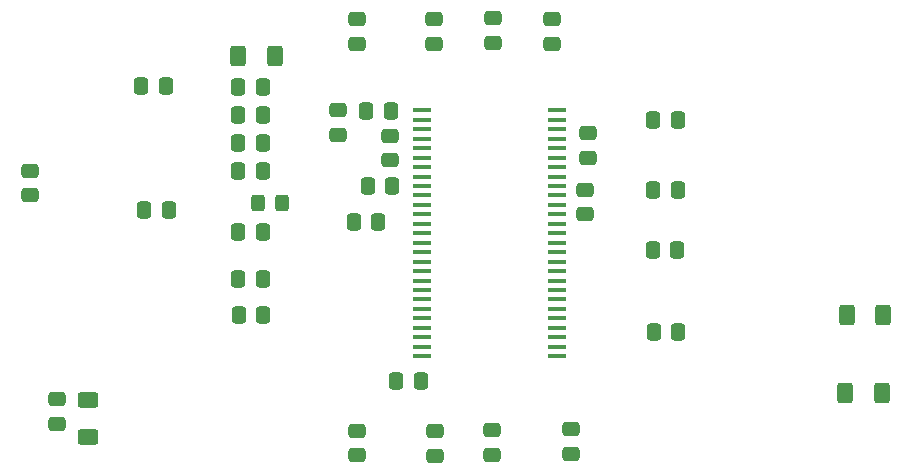
<source format=gbr>
%TF.GenerationSoftware,KiCad,Pcbnew,9.0.5*%
%TF.CreationDate,2025-11-16T19:48:47+01:00*%
%TF.ProjectId,OSCAR_Proc,4f534341-525f-4507-926f-632e6b696361,rev?*%
%TF.SameCoordinates,Original*%
%TF.FileFunction,Paste,Top*%
%TF.FilePolarity,Positive*%
%FSLAX46Y46*%
G04 Gerber Fmt 4.6, Leading zero omitted, Abs format (unit mm)*
G04 Created by KiCad (PCBNEW 9.0.5) date 2025-11-16 19:48:47*
%MOMM*%
%LPD*%
G01*
G04 APERTURE LIST*
G04 Aperture macros list*
%AMRoundRect*
0 Rectangle with rounded corners*
0 $1 Rounding radius*
0 $2 $3 $4 $5 $6 $7 $8 $9 X,Y pos of 4 corners*
0 Add a 4 corners polygon primitive as box body*
4,1,4,$2,$3,$4,$5,$6,$7,$8,$9,$2,$3,0*
0 Add four circle primitives for the rounded corners*
1,1,$1+$1,$2,$3*
1,1,$1+$1,$4,$5*
1,1,$1+$1,$6,$7*
1,1,$1+$1,$8,$9*
0 Add four rect primitives between the rounded corners*
20,1,$1+$1,$2,$3,$4,$5,0*
20,1,$1+$1,$4,$5,$6,$7,0*
20,1,$1+$1,$6,$7,$8,$9,0*
20,1,$1+$1,$8,$9,$2,$3,0*%
G04 Aperture macros list end*
%ADD10RoundRect,0.250000X0.337500X0.475000X-0.337500X0.475000X-0.337500X-0.475000X0.337500X-0.475000X0*%
%ADD11RoundRect,0.250000X-0.337500X-0.475000X0.337500X-0.475000X0.337500X0.475000X-0.337500X0.475000X0*%
%ADD12RoundRect,0.250000X-0.475000X0.337500X-0.475000X-0.337500X0.475000X-0.337500X0.475000X0.337500X0*%
%ADD13RoundRect,0.250000X0.400000X0.625000X-0.400000X0.625000X-0.400000X-0.625000X0.400000X-0.625000X0*%
%ADD14RoundRect,0.250000X0.475000X-0.337500X0.475000X0.337500X-0.475000X0.337500X-0.475000X-0.337500X0*%
%ADD15R,1.510000X0.458000*%
%ADD16RoundRect,0.250000X0.325000X0.450000X-0.325000X0.450000X-0.325000X-0.450000X0.325000X-0.450000X0*%
%ADD17RoundRect,0.250000X0.625000X-0.400000X0.625000X0.400000X-0.625000X0.400000X-0.625000X-0.400000X0*%
G04 APERTURE END LIST*
D10*
%TO.C,C22*%
X131402500Y-73220000D03*
X129327500Y-73220000D03*
%TD*%
%TO.C,C13*%
X142252500Y-62970000D03*
X140177500Y-62970000D03*
%TD*%
D11*
%TO.C,C11*%
X121127500Y-60870000D03*
X123202500Y-60870000D03*
%TD*%
D12*
%TO.C,C32*%
X157515000Y-89932500D03*
X157515000Y-92007500D03*
%TD*%
D10*
%TO.C,C39*%
X131415000Y-68070000D03*
X129340000Y-68070000D03*
%TD*%
D12*
%TO.C,C33*%
X150815000Y-89982500D03*
X150815000Y-92057500D03*
%TD*%
%TO.C,C6*%
X113980000Y-87372500D03*
X113980000Y-89447500D03*
%TD*%
D13*
%TO.C,R11*%
X132410000Y-58350000D03*
X129310000Y-58350000D03*
%TD*%
D14*
%TO.C,C19*%
X158965000Y-66907500D03*
X158965000Y-64832500D03*
%TD*%
D10*
%TO.C,C21*%
X131402500Y-77170000D03*
X129327500Y-77170000D03*
%TD*%
D11*
%TO.C,C31*%
X164527500Y-81720000D03*
X166602500Y-81720000D03*
%TD*%
D12*
%TO.C,C3*%
X111730000Y-68022500D03*
X111730000Y-70097500D03*
%TD*%
%TO.C,C34*%
X145965000Y-90082500D03*
X145965000Y-92157500D03*
%TD*%
D11*
%TO.C,C29*%
X164477500Y-63720000D03*
X166552500Y-63720000D03*
%TD*%
D14*
%TO.C,C25*%
X139415000Y-57257500D03*
X139415000Y-55182500D03*
%TD*%
D10*
%TO.C,C36*%
X131402500Y-63270000D03*
X129327500Y-63270000D03*
%TD*%
%TO.C,C38*%
X131402500Y-65670000D03*
X129327500Y-65670000D03*
%TD*%
D14*
%TO.C,C26*%
X145915000Y-57257500D03*
X145915000Y-55182500D03*
%TD*%
D10*
%TO.C,C15*%
X144777500Y-85820000D03*
X142702500Y-85820000D03*
%TD*%
D11*
%TO.C,C14*%
X140302500Y-69320000D03*
X142377500Y-69320000D03*
%TD*%
%TO.C,C35*%
X164427500Y-74720000D03*
X166502500Y-74720000D03*
%TD*%
D13*
%TO.C,R4*%
X183820000Y-86880000D03*
X180720000Y-86880000D03*
%TD*%
D14*
%TO.C,C28*%
X155915000Y-57257500D03*
X155915000Y-55182500D03*
%TD*%
D11*
%TO.C,C30*%
X164477500Y-69670000D03*
X166552500Y-69670000D03*
%TD*%
D12*
%TO.C,C24*%
X139415000Y-90032500D03*
X139415000Y-92107500D03*
%TD*%
D14*
%TO.C,C27*%
X150915000Y-57207500D03*
X150915000Y-55132500D03*
%TD*%
D11*
%TO.C,C12*%
X121390000Y-71370000D03*
X123465000Y-71370000D03*
%TD*%
D10*
%TO.C,C37*%
X131402500Y-60920000D03*
X129327500Y-60920000D03*
%TD*%
D12*
%TO.C,C16*%
X142190000Y-65082500D03*
X142190000Y-67157500D03*
%TD*%
D10*
%TO.C,C20*%
X131432500Y-80250000D03*
X129357500Y-80250000D03*
%TD*%
D15*
%TO.C,U3*%
X144865000Y-62920000D03*
X144865000Y-63720000D03*
X144865000Y-64520000D03*
X144865000Y-65320000D03*
X144865000Y-66120000D03*
X144865000Y-66920000D03*
X144865000Y-67720000D03*
X144865000Y-68520000D03*
X144865000Y-69320000D03*
X144865000Y-70120000D03*
X144865000Y-70920000D03*
X144865000Y-71720000D03*
X144865000Y-72520000D03*
X144865000Y-73320000D03*
X144865000Y-74120000D03*
X144865000Y-74920000D03*
X144865000Y-75720000D03*
X144865000Y-76520000D03*
X144865000Y-77320000D03*
X144865000Y-78120000D03*
X144865000Y-78920000D03*
X144865000Y-79720000D03*
X144865000Y-80520000D03*
X144865000Y-81320000D03*
X144865000Y-82120000D03*
X144865000Y-82920000D03*
X144865000Y-83720000D03*
X156365000Y-83720000D03*
X156365000Y-82920000D03*
X156365000Y-82120000D03*
X156365000Y-81320000D03*
X156365000Y-80520000D03*
X156365000Y-79720000D03*
X156365000Y-78920000D03*
X156365000Y-78120000D03*
X156365000Y-77320000D03*
X156365000Y-76520000D03*
X156365000Y-75720000D03*
X156365000Y-74920000D03*
X156365000Y-74120000D03*
X156365000Y-73320000D03*
X156365000Y-72520000D03*
X156365000Y-71720000D03*
X156365000Y-70920000D03*
X156365000Y-70120000D03*
X156365000Y-69320000D03*
X156365000Y-68520000D03*
X156365000Y-67720000D03*
X156365000Y-66920000D03*
X156365000Y-66120000D03*
X156365000Y-65320000D03*
X156365000Y-64520000D03*
X156365000Y-63720000D03*
X156365000Y-62920000D03*
%TD*%
D16*
%TO.C,FB3*%
X133040000Y-70770000D03*
X130990000Y-70770000D03*
%TD*%
D14*
%TO.C,C18*%
X158665000Y-71707500D03*
X158665000Y-69632500D03*
%TD*%
D17*
%TO.C,R5*%
X116640000Y-90540000D03*
X116640000Y-87440000D03*
%TD*%
D13*
%TO.C,R3*%
X183960000Y-80280000D03*
X180860000Y-80280000D03*
%TD*%
D11*
%TO.C,C17*%
X139102500Y-72395000D03*
X141177500Y-72395000D03*
%TD*%
D14*
%TO.C,C23*%
X137765000Y-64957500D03*
X137765000Y-62882500D03*
%TD*%
M02*

</source>
